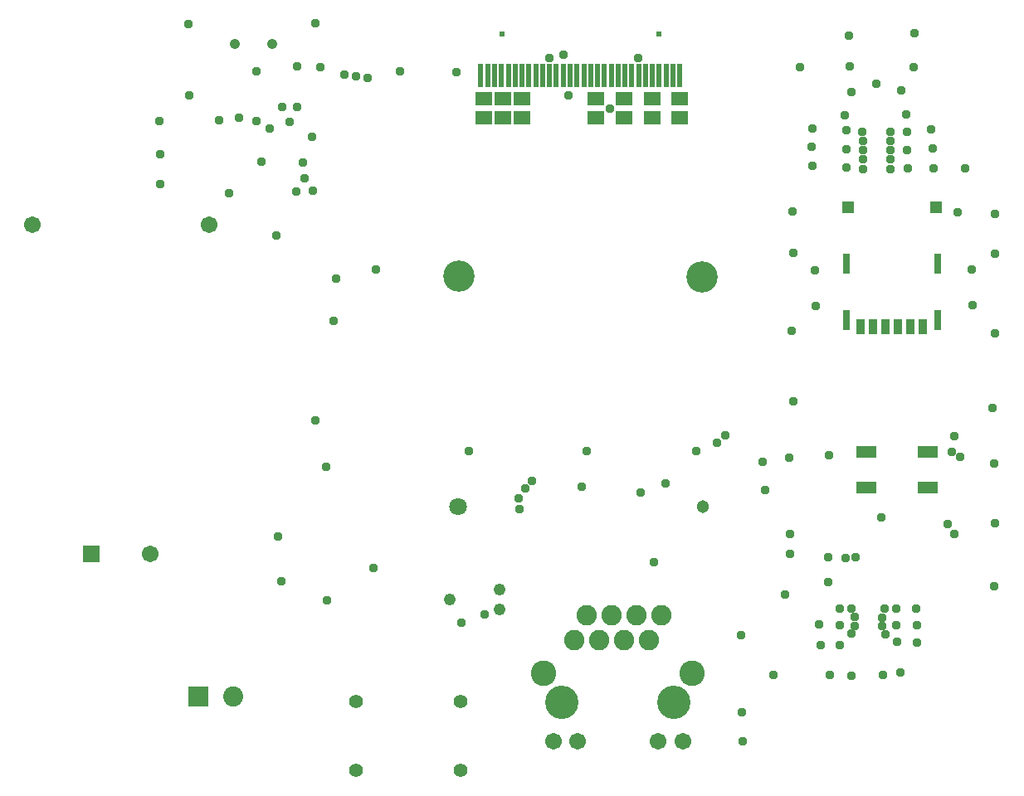
<source format=gbr>
G04 EAGLE Gerber RS-274X export*
G75*
%MOMM*%
%FSLAX34Y34*%
%LPD*%
%INSoldermask Bottom*%
%IPPOS*%
%AMOC8*
5,1,8,0,0,1.08239X$1,22.5*%
G01*
%ADD10C,1.803200*%
%ADD11C,1.303200*%
%ADD12C,3.203200*%
%ADD13R,0.853200X1.503200*%
%ADD14R,0.683200X2.003200*%
%ADD15R,1.233200X1.203200*%
%ADD16C,1.403200*%
%ADD17C,2.082800*%
%ADD18C,2.603200*%
%ADD19C,1.711200*%
%ADD20C,3.403200*%
%ADD21C,1.053200*%
%ADD22R,1.711200X1.711200*%
%ADD23R,2.003200X1.303200*%
%ADD24R,2.053200X2.053200*%
%ADD25C,2.053200*%
%ADD26R,0.553200X2.403200*%
%ADD27C,0.603200*%
%ADD28R,1.703200X1.443200*%
%ADD29C,1.219200*%
%ADD30C,0.959600*%


D10*
X497070Y295470D03*
D11*
X747070Y295470D03*
D12*
X498070Y530470D03*
X746070Y529470D03*
D13*
X908050Y479200D03*
X920750Y479200D03*
X933450Y479200D03*
X946150Y479200D03*
X958850Y479200D03*
X971550Y479200D03*
D14*
X893100Y485900D03*
X986500Y485900D03*
X893100Y543400D03*
X986500Y543400D03*
D15*
X895150Y600600D03*
X984450Y600600D03*
D16*
X393400Y26000D03*
X393400Y96000D03*
X500000Y26000D03*
X500000Y96000D03*
D17*
X704950Y184050D03*
X692250Y158650D03*
X679550Y184050D03*
X654150Y184050D03*
X628750Y184050D03*
X666850Y158650D03*
X641450Y158650D03*
X616050Y158650D03*
D18*
X584300Y125200D03*
X736300Y125200D03*
D19*
X594300Y55200D03*
X726300Y55200D03*
X701300Y55200D03*
X619300Y55200D03*
D20*
X603350Y95150D03*
X717650Y95150D03*
D21*
X307100Y767700D03*
X269100Y767700D03*
D22*
X123200Y246800D03*
D19*
X183200Y246800D03*
X63200Y582800D03*
X243200Y582800D03*
D23*
X976100Y314200D03*
X914100Y314200D03*
X976100Y351200D03*
X914100Y351200D03*
D24*
X232500Y101000D03*
D25*
X267500Y101000D03*
D26*
X723400Y735390D03*
X716400Y735390D03*
X709400Y735390D03*
X702400Y735390D03*
X695400Y735390D03*
X688400Y735390D03*
X681400Y735390D03*
X674400Y735390D03*
X667400Y735390D03*
X660400Y735390D03*
X653400Y735390D03*
X646400Y735390D03*
X639400Y735390D03*
X632400Y735390D03*
X625400Y735390D03*
X618400Y735390D03*
X611400Y735390D03*
X604400Y735390D03*
X597400Y735390D03*
X590400Y735390D03*
X583400Y735390D03*
X576400Y735390D03*
X569400Y735390D03*
X562400Y735390D03*
X555400Y735390D03*
X548400Y735390D03*
X541400Y735390D03*
X534400Y735390D03*
X527400Y735390D03*
X520400Y735390D03*
D27*
X701900Y777890D03*
X541900Y777890D03*
D28*
X562100Y692390D03*
X562100Y711390D03*
X723000Y692390D03*
X723000Y711390D03*
X695100Y711390D03*
X695100Y692390D03*
X523300Y692390D03*
X523300Y711390D03*
X666700Y692390D03*
X666700Y711390D03*
X542700Y692390D03*
X542700Y711390D03*
X637600Y692390D03*
X637600Y711390D03*
D29*
X488696Y200406D03*
X539496Y210566D03*
X539496Y190246D03*
D30*
X372618Y528320D03*
X296672Y647446D03*
X223012Y714756D03*
X291592Y739394D03*
X332740Y744728D03*
X356616Y743458D03*
X438150Y739902D03*
X609600Y715010D03*
X680720Y753110D03*
X495808Y738632D03*
X910082Y640080D03*
X910082Y649732D03*
X910082Y659384D03*
X910082Y668274D03*
X909828Y677926D03*
X938022Y640080D03*
X938276Y649732D03*
X938022Y659130D03*
X938022Y668274D03*
X938022Y677418D03*
X893318Y679196D03*
X893572Y659638D03*
X893318Y641604D03*
X956056Y640842D03*
X954786Y659384D03*
X955040Y678180D03*
X954278Y695198D03*
X892048Y694944D03*
X898144Y718566D03*
X949452Y720090D03*
X923544Y726694D03*
X859028Y643382D03*
X858266Y681228D03*
X979932Y680720D03*
X981964Y640334D03*
X931926Y190754D03*
X929894Y181864D03*
X930148Y173228D03*
X933196Y164592D03*
X898144Y190754D03*
X901446Y182118D03*
X901446Y173482D03*
X898144Y165354D03*
X886714Y191008D03*
X886460Y173736D03*
X886968Y153416D03*
X944118Y190754D03*
X944372Y174244D03*
X945388Y156718D03*
X865632Y174752D03*
X867410Y153416D03*
X876808Y123444D03*
X964946Y173990D03*
X964438Y190754D03*
X965454Y156464D03*
X948436Y125730D03*
X898652Y122428D03*
X930656Y123190D03*
X1014222Y640588D03*
X981456Y660654D03*
X857758Y662432D03*
X838200Y596138D03*
X839470Y553974D03*
X837438Y474218D03*
X839470Y402590D03*
X1042670Y395732D03*
X1044956Y471932D03*
X1044956Y553466D03*
X1044956Y594106D03*
X1044194Y339344D03*
X1044702Y277876D03*
X1044194Y213868D03*
X834898Y345186D03*
X623062Y315468D03*
X708660Y319024D03*
X363728Y199390D03*
X313436Y264922D03*
X351536Y383286D03*
X311912Y572008D03*
X332232Y617220D03*
X263652Y614934D03*
X192278Y688848D03*
X192786Y655320D03*
X193548Y624078D03*
X351282Y788416D03*
X221996Y787908D03*
X896620Y744728D03*
X896112Y775970D03*
X962660Y778256D03*
X962152Y743966D03*
X317500Y703580D03*
X332740Y703580D03*
X325374Y688086D03*
X524284Y185166D03*
X413004Y537464D03*
X1006602Y595376D03*
X508070Y351776D03*
X628070Y351776D03*
X740070Y351776D03*
X404992Y732804D03*
X831000Y205500D03*
X370205Y484759D03*
X696722Y238760D03*
X362204Y335788D03*
X1003046Y367284D03*
X652018Y701802D03*
X500380Y176530D03*
X861060Y536702D03*
X862330Y499872D03*
X1020826Y536956D03*
X1022096Y500888D03*
X769366Y367538D03*
X339090Y646430D03*
X761238Y360172D03*
X340254Y630428D03*
X874522Y217678D03*
X874649Y243205D03*
X559332Y303802D03*
X1003681Y267589D03*
X291500Y688500D03*
X305000Y681500D03*
X253000Y689500D03*
X274000Y692000D03*
X348100Y673000D03*
X348608Y618108D03*
X835660Y267462D03*
X565912Y313436D03*
X559928Y292326D03*
X835660Y247142D03*
X996950Y277368D03*
X572770Y321564D03*
X316738Y219074D03*
X902970Y243586D03*
X410591Y232791D03*
X892556Y242316D03*
X875500Y348000D03*
X845820Y743712D03*
X1000760Y351282D03*
X786638Y84836D03*
X1009142Y346202D03*
X787400Y55118D03*
X785500Y163500D03*
X819000Y123500D03*
X392938Y734568D03*
X807466Y340642D03*
X590296Y752856D03*
X381508Y736092D03*
X810006Y311912D03*
X604266Y756158D03*
X928878Y283972D03*
X683260Y309372D03*
M02*

</source>
